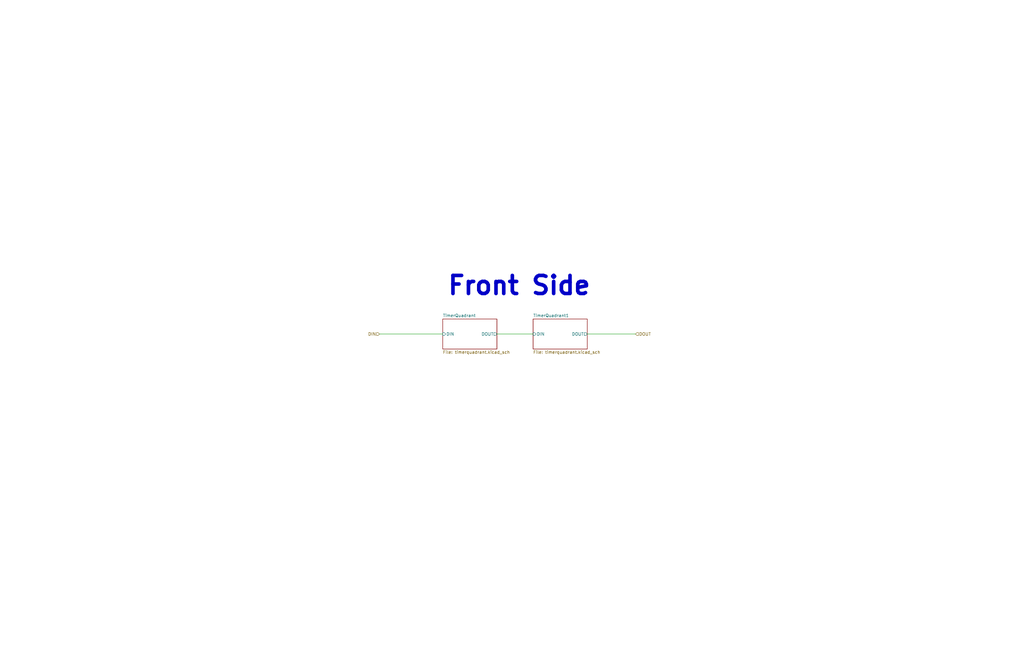
<source format=kicad_sch>
(kicad_sch
	(version 20231120)
	(generator "eeschema")
	(generator_version "8.0")
	(uuid "542af8ea-13fc-4fda-872b-579879d79110")
	(paper "B")
	(lib_symbols)
	(wire
		(pts
			(xy 160.02 140.97) (xy 186.69 140.97)
		)
		(stroke
			(width 0)
			(type default)
		)
		(uuid "3e9b74e5-257a-4cba-8cf6-ca9a4a44b95d")
	)
	(wire
		(pts
			(xy 209.55 140.97) (xy 224.79 140.97)
		)
		(stroke
			(width 0)
			(type default)
		)
		(uuid "8c830421-848f-4ffc-a2d9-41f921bcd5d6")
	)
	(wire
		(pts
			(xy 247.65 140.97) (xy 267.97 140.97)
		)
		(stroke
			(width 0)
			(type default)
		)
		(uuid "8d0fa95e-3837-48d1-b8fe-6f7d90add1de")
	)
	(text "Front Side"
		(exclude_from_sim no)
		(at 218.948 120.65 0)
		(effects
			(font
				(size 7.62 7.62)
				(thickness 1.524)
				(bold yes)
			)
		)
		(uuid "4fd6b7b8-bfd8-4ff1-93dd-fdd848378ea0")
	)
	(hierarchical_label "DIN"
		(shape input)
		(at 160.02 140.97 180)
		(fields_autoplaced yes)
		(effects
			(font
				(size 1.27 1.27)
			)
			(justify right)
		)
		(uuid "2385d993-c54e-48fe-942c-4a34af506c2b")
	)
	(hierarchical_label "DOUT"
		(shape input)
		(at 267.97 140.97 0)
		(fields_autoplaced yes)
		(effects
			(font
				(size 1.27 1.27)
			)
			(justify left)
		)
		(uuid "a5fb5750-027f-4aa9-8c09-e699dfdd5eeb")
	)
	(sheet
		(at 186.69 134.62)
		(size 22.86 12.7)
		(fields_autoplaced yes)
		(stroke
			(width 0.1524)
			(type solid)
		)
		(fill
			(color 0 0 0 0.0000)
		)
		(uuid "453ff1ab-eee9-4c79-a89b-608962414ab4")
		(property "Sheetname" "TimerQuadrant"
			(at 186.69 133.9084 0)
			(effects
				(font
					(size 1.27 1.27)
				)
				(justify left bottom)
			)
		)
		(property "Sheetfile" "timerquadrant.kicad_sch"
			(at 186.69 147.9046 0)
			(effects
				(font
					(size 1.27 1.27)
				)
				(justify left top)
			)
		)
		(pin "DIN" input
			(at 186.69 140.97 180)
			(effects
				(font
					(size 1.27 1.27)
				)
				(justify left)
			)
			(uuid "930e8f97-ba90-4c2e-93f1-269338b597d8")
		)
		(pin "DOUT" output
			(at 209.55 140.97 0)
			(effects
				(font
					(size 1.27 1.27)
				)
				(justify right)
			)
			(uuid "e34dc81a-2929-4524-ac04-72a02c7781fb")
		)
		(instances
			(project "ArenaTimer"
				(path "/2260d661-eea4-49a1-9161-db3d613eeecd/daa42e40-4197-44e2-9467-d9b4f7cfc202"
					(page "37")
				)
			)
		)
	)
	(sheet
		(at 224.79 134.62)
		(size 22.86 12.7)
		(fields_autoplaced yes)
		(stroke
			(width 0.1524)
			(type solid)
		)
		(fill
			(color 0 0 0 0.0000)
		)
		(uuid "6103a489-5647-4100-815d-166d5b47887d")
		(property "Sheetname" "TimerQuadrant1"
			(at 224.79 133.9084 0)
			(effects
				(font
					(size 1.27 1.27)
				)
				(justify left bottom)
			)
		)
		(property "Sheetfile" "timerquadrant.kicad_sch"
			(at 224.79 147.9046 0)
			(effects
				(font
					(size 1.27 1.27)
				)
				(justify left top)
			)
		)
		(pin "DIN" input
			(at 224.79 140.97 180)
			(effects
				(font
					(size 1.27 1.27)
				)
				(justify left)
			)
			(uuid "ada88ae3-13a8-4de5-885b-856c42d94204")
		)
		(pin "DOUT" output
			(at 247.65 140.97 0)
			(effects
				(font
					(size 1.27 1.27)
				)
				(justify right)
			)
			(uuid "4d7522c6-cf9f-4f7c-98ba-38caa9760d03")
		)
		(instances
			(project "ArenaTimer"
				(path "/2260d661-eea4-49a1-9161-db3d613eeecd/daa42e40-4197-44e2-9467-d9b4f7cfc202"
					(page "4")
				)
			)
		)
	)
)

</source>
